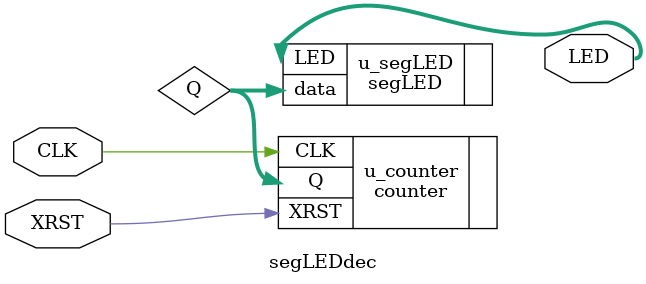
<source format=sv>
`default_nettype none

/***************************************************
 * Counter & 7SegLED
 ***************************************************/

module segLEDdec
  (
   input wire         CLK,
   input wire         XRST,        
   output reg [ 7: 0] LED
   );
    
/***************************************************
 * Counter
 ***************************************************/
  wire [ 3: 0] Q;

  counter u_counter
    (
     .CLK,
     .XRST,
     .Q
     );

/***************************************************
 * 7SegLED
 ***************************************************/
  segLED u_segLED
    (
     .data( Q ),
     .LED
     );

endmodule

`default_nettype wire

</source>
